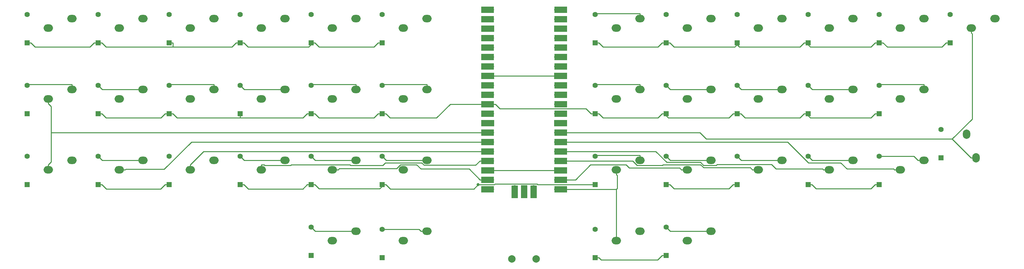
<source format=gbr>
G04 #@! TF.GenerationSoftware,KiCad,Pcbnew,7.0.10*
G04 #@! TF.CreationDate,2024-03-22T12:38:25+09:00*
G04 #@! TF.ProjectId,first_keyboard,66697273-745f-46b6-9579-626f6172642e,rev?*
G04 #@! TF.SameCoordinates,Original*
G04 #@! TF.FileFunction,Copper,L1,Top*
G04 #@! TF.FilePolarity,Positive*
%FSLAX46Y46*%
G04 Gerber Fmt 4.6, Leading zero omitted, Abs format (unit mm)*
G04 Created by KiCad (PCBNEW 7.0.10) date 2024-03-22 12:38:25*
%MOMM*%
%LPD*%
G01*
G04 APERTURE LIST*
G04 #@! TA.AperFunction,ComponentPad*
%ADD10R,1.397000X1.397000*%
G04 #@! TD*
G04 #@! TA.AperFunction,ComponentPad*
%ADD11C,1.397000*%
G04 #@! TD*
G04 #@! TA.AperFunction,ComponentPad*
%ADD12O,2.500000X2.000000*%
G04 #@! TD*
G04 #@! TA.AperFunction,ComponentPad*
%ADD13O,1.700000X1.700000*%
G04 #@! TD*
G04 #@! TA.AperFunction,SMDPad,CuDef*
%ADD14R,3.500000X1.700000*%
G04 #@! TD*
G04 #@! TA.AperFunction,ComponentPad*
%ADD15R,1.700000X1.700000*%
G04 #@! TD*
G04 #@! TA.AperFunction,SMDPad,CuDef*
%ADD16R,1.700000X3.500000*%
G04 #@! TD*
G04 #@! TA.AperFunction,ComponentPad*
%ADD17O,2.000000X2.500000*%
G04 #@! TD*
G04 #@! TA.AperFunction,ComponentPad*
%ADD18C,2.000000*%
G04 #@! TD*
G04 #@! TA.AperFunction,ViaPad*
%ADD19C,0.800000*%
G04 #@! TD*
G04 #@! TA.AperFunction,Conductor*
%ADD20C,0.250000*%
G04 #@! TD*
G04 APERTURE END LIST*
D10*
X204787500Y-46672500D03*
D11*
X204787500Y-39052500D03*
D12*
X210502500Y-80803700D03*
X216852500Y-78263700D03*
D10*
X109537500Y-104428700D03*
D11*
X109537500Y-96808700D03*
D10*
X185737500Y-103822500D03*
D11*
X185737500Y-96202500D03*
D10*
X14287500Y-84772500D03*
D11*
X14287500Y-77152500D03*
D12*
X58102500Y-42703700D03*
X64452500Y-40163700D03*
X39052500Y-61753700D03*
X45402500Y-59213700D03*
D13*
X138791300Y-37782500D03*
D14*
X137891300Y-37782500D03*
D13*
X138791300Y-40322500D03*
D14*
X137891300Y-40322500D03*
D15*
X138791300Y-42862500D03*
D14*
X137891300Y-42862500D03*
D13*
X138791300Y-45402500D03*
D14*
X137891300Y-45402500D03*
D13*
X138791300Y-47942500D03*
D14*
X137891300Y-47942500D03*
D13*
X138791300Y-50482500D03*
D14*
X137891300Y-50482500D03*
D13*
X138791300Y-53022500D03*
D14*
X137891300Y-53022500D03*
D15*
X138791300Y-55562500D03*
D14*
X137891300Y-55562500D03*
D13*
X138791300Y-58102500D03*
D14*
X137891300Y-58102500D03*
D13*
X138791300Y-60642500D03*
D14*
X137891300Y-60642500D03*
D13*
X138791300Y-63182500D03*
D14*
X137891300Y-63182500D03*
D13*
X138791300Y-65722500D03*
D14*
X137891300Y-65722500D03*
D15*
X138791300Y-68262500D03*
D14*
X137891300Y-68262500D03*
D13*
X138791300Y-70802500D03*
D14*
X137891300Y-70802500D03*
D13*
X138791300Y-73342500D03*
D14*
X137891300Y-73342500D03*
D13*
X138791300Y-75882500D03*
D14*
X137891300Y-75882500D03*
D13*
X138791300Y-78422500D03*
D14*
X137891300Y-78422500D03*
D15*
X138791300Y-80962500D03*
D14*
X137891300Y-80962500D03*
D13*
X138791300Y-83502500D03*
D14*
X137891300Y-83502500D03*
D13*
X138791300Y-86042500D03*
D14*
X137891300Y-86042500D03*
D13*
X156571300Y-86042500D03*
D14*
X157471300Y-86042500D03*
D13*
X156571300Y-83502500D03*
D14*
X157471300Y-83502500D03*
D15*
X156571300Y-80962500D03*
D14*
X157471300Y-80962500D03*
D13*
X156571300Y-78422500D03*
D14*
X157471300Y-78422500D03*
D13*
X156571300Y-75882500D03*
D14*
X157471300Y-75882500D03*
D13*
X156571300Y-73342500D03*
D14*
X157471300Y-73342500D03*
D13*
X156571300Y-70802500D03*
D14*
X157471300Y-70802500D03*
D15*
X156571300Y-68262500D03*
D14*
X157471300Y-68262500D03*
D13*
X156571300Y-65722500D03*
D14*
X157471300Y-65722500D03*
D13*
X156571300Y-63182500D03*
D14*
X157471300Y-63182500D03*
D13*
X156571300Y-60642500D03*
D14*
X157471300Y-60642500D03*
D13*
X156571300Y-58102500D03*
D14*
X157471300Y-58102500D03*
D15*
X156571300Y-55562500D03*
D14*
X157471300Y-55562500D03*
D13*
X156571300Y-53022500D03*
D14*
X157471300Y-53022500D03*
D13*
X156571300Y-50482500D03*
D14*
X157471300Y-50482500D03*
D13*
X156571300Y-47942500D03*
D14*
X157471300Y-47942500D03*
D13*
X156571300Y-45402500D03*
D14*
X157471300Y-45402500D03*
D15*
X156571300Y-42862500D03*
D14*
X157471300Y-42862500D03*
D13*
X156571300Y-40322500D03*
D14*
X157471300Y-40322500D03*
D13*
X156571300Y-37782500D03*
D14*
X157471300Y-37782500D03*
D13*
X145141300Y-85812500D03*
D16*
X145141300Y-86712500D03*
D15*
X147681300Y-85812500D03*
D16*
X147681300Y-86712500D03*
D13*
X150221300Y-85812500D03*
D16*
X150221300Y-86712500D03*
D12*
X20002500Y-42703700D03*
X26352500Y-40163700D03*
D10*
X185737500Y-46672500D03*
D11*
X185737500Y-39052500D03*
D12*
X210502500Y-42703700D03*
X216852500Y-40163700D03*
X210502500Y-61753700D03*
X216852500Y-59213700D03*
D10*
X71437500Y-84772500D03*
D11*
X71437500Y-77152500D03*
D12*
X191452500Y-42703700D03*
X197802500Y-40163700D03*
X191452500Y-99853700D03*
X197802500Y-97313700D03*
D10*
X109537500Y-65722500D03*
D11*
X109537500Y-58102500D03*
D10*
X242887500Y-46672500D03*
D11*
X242887500Y-39052500D03*
D10*
X109537500Y-84772500D03*
D11*
X109537500Y-77152500D03*
D10*
X14287500Y-46672500D03*
D11*
X14287500Y-39052500D03*
D12*
X172402500Y-80803700D03*
X178752500Y-78263700D03*
X20002500Y-61753700D03*
X26352500Y-59213700D03*
D10*
X223837500Y-84772500D03*
D11*
X223837500Y-77152500D03*
D12*
X115252500Y-42703700D03*
X121602500Y-40163700D03*
X115252500Y-61753700D03*
X121602500Y-59213700D03*
X267652500Y-42703700D03*
X274002500Y-40163700D03*
X96202500Y-42703700D03*
X102552500Y-40163700D03*
D10*
X71437500Y-65722500D03*
D11*
X71437500Y-58102500D03*
D10*
X242887500Y-84772500D03*
D11*
X242887500Y-77152500D03*
D10*
X109537500Y-46672500D03*
D11*
X109537500Y-39052500D03*
D12*
X39052500Y-80803700D03*
X45402500Y-78263700D03*
D17*
X268922500Y-77628700D03*
X266382500Y-71278700D03*
D10*
X90487500Y-46672500D03*
D11*
X90487500Y-39052500D03*
D10*
X33337500Y-84772500D03*
D11*
X33337500Y-77152500D03*
D10*
X90487500Y-84772500D03*
D11*
X90487500Y-77152500D03*
D12*
X191452500Y-80803700D03*
X197802500Y-78263700D03*
X58102500Y-61753700D03*
X64452500Y-59213700D03*
X77152500Y-80803700D03*
X83502500Y-78263700D03*
X172402500Y-99853700D03*
X178752500Y-97313700D03*
D10*
X223837500Y-46672500D03*
D11*
X223837500Y-39052500D03*
D12*
X248602500Y-80803700D03*
X254952500Y-78263700D03*
X248602500Y-61753700D03*
X254952500Y-59213700D03*
D10*
X166687500Y-104428700D03*
D11*
X166687500Y-96808700D03*
D10*
X242887500Y-65722500D03*
D11*
X242887500Y-58102500D03*
D10*
X33337500Y-65722500D03*
D11*
X33337500Y-58102500D03*
D12*
X96202500Y-80803700D03*
X102552500Y-78263700D03*
D10*
X204787500Y-84772500D03*
D11*
X204787500Y-77152500D03*
D10*
X90487500Y-65722500D03*
D11*
X90487500Y-58102500D03*
D10*
X52387500Y-65722500D03*
D11*
X52387500Y-58102500D03*
D10*
X166687500Y-65722500D03*
D11*
X166687500Y-58102500D03*
D12*
X96202500Y-99853700D03*
X102552500Y-97313700D03*
D10*
X259556300Y-77628700D03*
D11*
X259556300Y-70008700D03*
D10*
X223837500Y-65722500D03*
D11*
X223837500Y-58102500D03*
D10*
X90487500Y-103822500D03*
D11*
X90487500Y-96202500D03*
D12*
X248602500Y-42703700D03*
X254952500Y-40163700D03*
D10*
X185737500Y-84772500D03*
D11*
X185737500Y-77152500D03*
D12*
X115252500Y-80803700D03*
X121602500Y-78263700D03*
X58102500Y-80803700D03*
X64452500Y-78263700D03*
X172402500Y-42703700D03*
X178752500Y-40163700D03*
D10*
X166687500Y-84772500D03*
D11*
X166687500Y-77152500D03*
D12*
X20002500Y-80803700D03*
X26352500Y-78263700D03*
X172402500Y-61753700D03*
X178752500Y-59213700D03*
D10*
X166687500Y-46672500D03*
D11*
X166687500Y-39052500D03*
D18*
X144387500Y-104775000D03*
X150887500Y-104775000D03*
D10*
X261937500Y-46672500D03*
D11*
X261937500Y-39052500D03*
D10*
X204787500Y-65722500D03*
D11*
X204787500Y-58102500D03*
D12*
X96202500Y-61753700D03*
X102552500Y-59213700D03*
X39052500Y-42703700D03*
X45402500Y-40163700D03*
D10*
X185737500Y-65722500D03*
D11*
X185737500Y-58102500D03*
D12*
X77152500Y-61753700D03*
X83502500Y-59213700D03*
X229552500Y-80803700D03*
X235902500Y-78263700D03*
X229552500Y-42703700D03*
X235902500Y-40163700D03*
D10*
X52387500Y-84772500D03*
D11*
X52387500Y-77152500D03*
D10*
X52387500Y-46672500D03*
D11*
X52387500Y-39052500D03*
D12*
X77152500Y-42703700D03*
X83502500Y-40163700D03*
D10*
X14287500Y-65722500D03*
D11*
X14287500Y-58102500D03*
D10*
X71437500Y-46672500D03*
D11*
X71437500Y-39052500D03*
D12*
X229552500Y-61753700D03*
X235902500Y-59213700D03*
X115252500Y-99853700D03*
X121602500Y-97313700D03*
D10*
X33337500Y-46672500D03*
D11*
X33337500Y-39052500D03*
D12*
X191452500Y-61753700D03*
X197802500Y-59213700D03*
D19*
X135353100Y-84812000D03*
D20*
X185737500Y-46672500D02*
X184712100Y-46672500D01*
X168861000Y-47820600D02*
X183564000Y-47820600D01*
X166687500Y-46672500D02*
X167712900Y-46672500D01*
X53412900Y-47827600D02*
X35518000Y-47827600D01*
X31157000Y-47827600D02*
X16468000Y-47827600D01*
X91000200Y-46672500D02*
X91512900Y-46672500D01*
X107364000Y-47820600D02*
X108512100Y-46672500D01*
X245089100Y-47848700D02*
X243912900Y-46672500D01*
X33337500Y-46672500D02*
X34362900Y-46672500D01*
X90487500Y-46672500D02*
X91000200Y-46672500D01*
X167712900Y-46672500D02*
X168861000Y-47820600D01*
X205448900Y-47846600D02*
X221638000Y-47846600D01*
X91512900Y-46672500D02*
X92661000Y-47820600D01*
X32312100Y-46672500D02*
X31157000Y-47827600D01*
X16468000Y-47827600D02*
X15312900Y-46672500D01*
X52387500Y-46672500D02*
X53412900Y-46672500D01*
X92661000Y-47820600D02*
X107364000Y-47820600D01*
X71437500Y-46672500D02*
X70412100Y-46672500D01*
X183564000Y-47820600D02*
X184712100Y-46672500D01*
X259735900Y-47848700D02*
X245089100Y-47848700D01*
X223324800Y-46672500D02*
X224495900Y-47843600D01*
X223324800Y-46672500D02*
X222812100Y-46672500D01*
X261937500Y-46672500D02*
X260912100Y-46672500D01*
X242887500Y-46672500D02*
X241862100Y-46672500D01*
X33337500Y-46672500D02*
X32312100Y-46672500D01*
X242887500Y-46672500D02*
X243912900Y-46672500D01*
X204787500Y-46672500D02*
X204787500Y-47185200D01*
X204787500Y-47185200D02*
X204145100Y-47827600D01*
X89852100Y-47820600D02*
X73611000Y-47820600D01*
X204787500Y-47185200D02*
X205448900Y-47846600D01*
X185737500Y-46672500D02*
X186762900Y-46672500D01*
X240691000Y-47843600D02*
X241862100Y-46672500D01*
X221638000Y-47846600D02*
X222812100Y-46672500D01*
X109537500Y-46672500D02*
X108512100Y-46672500D01*
X223837500Y-46672500D02*
X223324800Y-46672500D01*
X73611000Y-47820600D02*
X72462900Y-46672500D01*
X70412100Y-46672500D02*
X69257000Y-47827600D01*
X69257000Y-47827600D02*
X53412900Y-47827600D01*
X187918000Y-47827600D02*
X186762900Y-46672500D01*
X224495900Y-47843600D02*
X240691000Y-47843600D01*
X91000200Y-46672500D02*
X89852100Y-47820600D01*
X71437500Y-46672500D02*
X72462900Y-46672500D01*
X35518000Y-47827600D02*
X34362900Y-46672500D01*
X260912100Y-46672500D02*
X259735900Y-47848700D01*
X204145100Y-47827600D02*
X187918000Y-47827600D01*
X53412900Y-47827600D02*
X53412900Y-46672500D01*
X14287500Y-46672500D02*
X15312900Y-46672500D01*
X14503200Y-57886800D02*
X14287500Y-58102500D01*
X26352500Y-57886800D02*
X14503200Y-57886800D01*
X26352500Y-59213700D02*
X26352500Y-57886800D01*
X34362900Y-65722500D02*
X35511000Y-66870600D01*
X223324800Y-65722500D02*
X224488800Y-66886500D01*
X92676900Y-66886500D02*
X107348100Y-66886500D01*
X204787500Y-65722500D02*
X203762100Y-65722500D01*
X166687500Y-65722500D02*
X167712900Y-65722500D01*
X242887500Y-65722500D02*
X241862100Y-65722500D01*
X54576900Y-66886500D02*
X53412900Y-65722500D01*
X88298100Y-66886500D02*
X71437500Y-66886500D01*
X71437500Y-66747900D02*
X71437500Y-66886500D01*
X206976900Y-66886500D02*
X221648100Y-66886500D01*
X52387500Y-65722500D02*
X51362100Y-65722500D01*
X186388800Y-66886500D02*
X202598100Y-66886500D01*
X223837500Y-65722500D02*
X223324800Y-65722500D01*
X127836600Y-63182500D02*
X138791300Y-63182500D01*
X90487500Y-65722500D02*
X89462100Y-65722500D01*
X221648100Y-66886500D02*
X222812100Y-65722500D01*
X185224800Y-65722500D02*
X186388800Y-66886500D01*
X164299000Y-64359400D02*
X165662100Y-65722500D01*
X71437500Y-66886500D02*
X54576900Y-66886500D01*
X90487500Y-65722500D02*
X91512900Y-65722500D01*
X185737500Y-65722500D02*
X185224800Y-65722500D01*
X166687500Y-65722500D02*
X165662100Y-65722500D01*
X205812900Y-65722500D02*
X206976900Y-66886500D01*
X111726900Y-66886500D02*
X124132600Y-66886500D01*
X71437500Y-65722500D02*
X71437500Y-66747900D01*
X91512900Y-65722500D02*
X92676900Y-66886500D01*
X224488800Y-66886500D02*
X240698100Y-66886500D01*
X139968200Y-63182500D02*
X141145100Y-64359400D01*
X109537500Y-65722500D02*
X110562900Y-65722500D01*
X183548100Y-66886500D02*
X168876900Y-66886500D01*
X109537500Y-65722500D02*
X108512100Y-65722500D01*
X240698100Y-66886500D02*
X241862100Y-65722500D01*
X124132600Y-66886500D02*
X127836600Y-63182500D01*
X50214000Y-66870600D02*
X51362100Y-65722500D01*
X89462100Y-65722500D02*
X88298100Y-66886500D01*
X110562900Y-65722500D02*
X111726900Y-66886500D01*
X33337500Y-65722500D02*
X34362900Y-65722500D01*
X35511000Y-66870600D02*
X50214000Y-66870600D01*
X141145100Y-64359400D02*
X164299000Y-64359400D01*
X52387500Y-65722500D02*
X53412900Y-65722500D01*
X223324800Y-65722500D02*
X222812100Y-65722500D01*
X184712100Y-65722500D02*
X183548100Y-66886500D01*
X168876900Y-66886500D02*
X167712900Y-65722500D01*
X202598100Y-66886500D02*
X203762100Y-65722500D01*
X185224800Y-65722500D02*
X184712100Y-65722500D01*
X138791300Y-63182500D02*
X139968200Y-63182500D01*
X107348100Y-66886500D02*
X108512100Y-65722500D01*
X204787500Y-65722500D02*
X205812900Y-65722500D01*
X202600200Y-85934400D02*
X203762100Y-84772500D01*
X139644200Y-84811900D02*
X135353100Y-84811900D01*
X109537500Y-84772500D02*
X110050200Y-84772500D01*
X110050200Y-84772500D02*
X110562900Y-84772500D01*
X204787500Y-84772500D02*
X203762100Y-84772500D01*
X134198900Y-85966200D02*
X111756600Y-85966200D01*
X108886200Y-85936500D02*
X92676900Y-85936500D01*
X90487500Y-84772500D02*
X91512900Y-84772500D01*
X242887500Y-84772500D02*
X241862100Y-84772500D01*
X226011000Y-85920600D02*
X224862900Y-84772500D01*
X51362100Y-84772500D02*
X50161100Y-85973500D01*
X71437500Y-84772500D02*
X72462900Y-84772500D01*
X90487500Y-84772500D02*
X89462100Y-84772500D01*
X139849800Y-84606300D02*
X139644200Y-84811900D01*
X110050200Y-84772500D02*
X108886200Y-85936500D01*
X88284500Y-85950100D02*
X89462100Y-84772500D01*
X111756600Y-85966200D02*
X110562900Y-84772500D01*
X35563900Y-85973500D02*
X34362900Y-84772500D01*
X135353100Y-84812000D02*
X134198900Y-85966200D01*
X223837500Y-84772500D02*
X224862900Y-84772500D01*
X135353100Y-84811900D02*
X135353100Y-84812000D01*
X33337500Y-84772500D02*
X34362900Y-84772500D01*
X52387500Y-84772500D02*
X51362100Y-84772500D01*
X50161100Y-85973500D02*
X35563900Y-85973500D01*
X240714000Y-85920600D02*
X226011000Y-85920600D01*
X186762900Y-84772500D02*
X187924800Y-85934400D01*
X241862100Y-84772500D02*
X240714000Y-85920600D01*
X187924800Y-85934400D02*
X202600200Y-85934400D01*
X72462900Y-84772500D02*
X73640500Y-85950100D01*
X73640500Y-85950100D02*
X88284500Y-85950100D01*
X185737500Y-84772500D02*
X186762900Y-84772500D01*
X151177400Y-84606300D02*
X139849800Y-84606300D01*
X92676900Y-85936500D02*
X91512900Y-84772500D01*
X151343600Y-84772500D02*
X151177400Y-84606300D01*
X166687500Y-84772500D02*
X151343600Y-84772500D01*
X102552500Y-97313700D02*
X91598700Y-97313700D01*
X91598700Y-97313700D02*
X90487500Y-96202500D01*
X167712900Y-104428700D02*
X168325800Y-105041600D01*
X185737500Y-103822500D02*
X184712100Y-103822500D01*
X183493000Y-105041600D02*
X184712100Y-103822500D01*
X166687500Y-104428700D02*
X167712900Y-104428700D01*
X168325800Y-105041600D02*
X183493000Y-105041600D01*
X34448700Y-59213700D02*
X33337500Y-58102500D01*
X45402500Y-59213700D02*
X34448700Y-59213700D01*
X34448700Y-78263700D02*
X33337500Y-77152500D01*
X45402500Y-78263700D02*
X34448700Y-78263700D01*
X121602500Y-97313700D02*
X120025600Y-97313700D01*
X120025600Y-97313700D02*
X119520600Y-96808700D01*
X119520600Y-96808700D02*
X109537500Y-96808700D01*
X64452500Y-59213700D02*
X64452500Y-57886800D01*
X64452500Y-57886800D02*
X52603200Y-57886800D01*
X52603200Y-57886800D02*
X52387500Y-58102500D01*
X83502500Y-59213700D02*
X72548700Y-59213700D01*
X72548700Y-59213700D02*
X71437500Y-58102500D01*
X72548700Y-78263700D02*
X71437500Y-77152500D01*
X83502500Y-78263700D02*
X72548700Y-78263700D01*
X197802500Y-97313700D02*
X186848700Y-97313700D01*
X186848700Y-97313700D02*
X185737500Y-96202500D01*
X102552500Y-59213700D02*
X102552500Y-57886800D01*
X90703200Y-57886800D02*
X90487500Y-58102500D01*
X102552500Y-57886800D02*
X90703200Y-57886800D01*
X91598700Y-78263700D02*
X90487500Y-77152500D01*
X102552500Y-78263700D02*
X91598700Y-78263700D01*
X109753200Y-57886800D02*
X109537500Y-58102500D01*
X121602500Y-57886800D02*
X109753200Y-57886800D01*
X121602500Y-59213700D02*
X121602500Y-57886800D01*
X110648700Y-78263700D02*
X109537500Y-77152500D01*
X121602500Y-78263700D02*
X110648700Y-78263700D01*
X178752500Y-38836800D02*
X166903200Y-38836800D01*
X178752500Y-40163700D02*
X178752500Y-38836800D01*
X166903200Y-38836800D02*
X166687500Y-39052500D01*
X178752500Y-59213700D02*
X178752500Y-57886800D01*
X178752500Y-57886800D02*
X166903200Y-57886800D01*
X166903200Y-57886800D02*
X166687500Y-58102500D01*
X178752500Y-76936800D02*
X166903200Y-76936800D01*
X166903200Y-76936800D02*
X166687500Y-77152500D01*
X178752500Y-78263700D02*
X178752500Y-76936800D01*
X186848700Y-59213700D02*
X185737500Y-58102500D01*
X197802500Y-59213700D02*
X186848700Y-59213700D01*
X197802500Y-78263700D02*
X186848700Y-78263700D01*
X186848700Y-78263700D02*
X185737500Y-77152500D01*
X205898700Y-59213700D02*
X204787500Y-58102500D01*
X216852500Y-59213700D02*
X205898700Y-59213700D01*
X205898700Y-78263700D02*
X204787500Y-77152500D01*
X216852500Y-78263700D02*
X205898700Y-78263700D01*
X224948700Y-59213700D02*
X223837500Y-58102500D01*
X235902500Y-59213700D02*
X224948700Y-59213700D01*
X224948700Y-78263700D02*
X223837500Y-77152500D01*
X235902500Y-78263700D02*
X224948700Y-78263700D01*
X254952500Y-57886800D02*
X243103200Y-57886800D01*
X243103200Y-57886800D02*
X242887500Y-58102500D01*
X254952500Y-59213700D02*
X254952500Y-57886800D01*
X254952500Y-78263700D02*
X253375600Y-78263700D01*
X253375600Y-78263700D02*
X252264400Y-77152500D01*
X252264400Y-77152500D02*
X242887500Y-77152500D01*
X156571300Y-55562500D02*
X138791300Y-55562500D01*
X156571300Y-80962500D02*
X138791300Y-80962500D01*
X20747500Y-70802500D02*
X20747500Y-63825600D01*
X20002500Y-61753700D02*
X20002500Y-63080600D01*
X20747500Y-63825600D02*
X20002500Y-63080600D01*
X138791300Y-70802500D02*
X20747500Y-70802500D01*
X20747500Y-78731800D02*
X20747500Y-70802500D01*
X20002500Y-79476800D02*
X20747500Y-78731800D01*
X20002500Y-80803700D02*
X20002500Y-79476800D01*
X58419500Y-73342500D02*
X138791300Y-73342500D01*
X40737900Y-80695200D02*
X51066800Y-80695200D01*
X51066800Y-80695200D02*
X58419500Y-73342500D01*
X39052500Y-80803700D02*
X40629400Y-80803700D01*
X40629400Y-80803700D02*
X40737900Y-80695200D01*
X58102500Y-80803700D02*
X58102500Y-79476800D01*
X61696800Y-75882500D02*
X58102500Y-79476800D01*
X138791300Y-75882500D02*
X61696800Y-75882500D01*
X109762300Y-79633600D02*
X101132400Y-79633600D01*
X85050200Y-79600800D02*
X78076100Y-79600800D01*
X120802900Y-79590600D02*
X120188600Y-78976300D01*
X77952100Y-79476800D02*
X77152500Y-79476800D01*
X77152500Y-80803700D02*
X77152500Y-79476800D01*
X85175500Y-79475500D02*
X85050200Y-79600800D01*
X135814400Y-78422500D02*
X134646300Y-79590600D01*
X134646300Y-79590600D02*
X120802900Y-79590600D01*
X100974300Y-79475500D02*
X85175500Y-79475500D01*
X120188600Y-78976300D02*
X110419600Y-78976300D01*
X78076100Y-79600800D02*
X77952100Y-79476800D01*
X138791300Y-78422500D02*
X135814400Y-78422500D01*
X110419600Y-78976300D02*
X109762300Y-79633600D01*
X101132400Y-79633600D02*
X100974300Y-79475500D01*
X138791300Y-83502500D02*
X135814400Y-83502500D01*
X118793000Y-79432000D02*
X119962900Y-80601900D01*
X96202500Y-80803700D02*
X97779400Y-80803700D01*
X113431100Y-80498600D02*
X114497700Y-79432000D01*
X114497700Y-79432000D02*
X118793000Y-79432000D01*
X132913800Y-80601900D02*
X135814400Y-83502500D01*
X97779400Y-80803700D02*
X98084500Y-80498600D01*
X119962900Y-80601900D02*
X132913800Y-80601900D01*
X98084500Y-80498600D02*
X113431100Y-80498600D01*
X172402500Y-99853700D02*
X172402500Y-98526800D01*
X172402500Y-86042500D02*
X172662600Y-85782400D01*
X156571300Y-86042500D02*
X172402500Y-86042500D01*
X172662600Y-82390700D02*
X172402500Y-82130600D01*
X172402500Y-80803700D02*
X172402500Y-82130600D01*
X172662600Y-85782400D02*
X172662600Y-82390700D01*
X172402500Y-86042500D02*
X172402500Y-98526800D01*
X165469800Y-79476300D02*
X175029700Y-79476300D01*
X161443600Y-83502500D02*
X165469800Y-79476300D01*
X175029700Y-79476300D02*
X175869000Y-80315600D01*
X189387500Y-80315600D02*
X189875600Y-80803700D01*
X156571300Y-83502500D02*
X161443600Y-83502500D01*
X175869000Y-80315600D02*
X189387500Y-80315600D01*
X191452500Y-80803700D02*
X189875600Y-80803700D01*
X184792300Y-79618600D02*
X184944700Y-79466200D01*
X156571300Y-78422500D02*
X176784800Y-78422500D01*
X208375900Y-80254000D02*
X208925600Y-80803700D01*
X210502500Y-80803700D02*
X208925600Y-80803700D01*
X177980900Y-79618600D02*
X184792300Y-79618600D01*
X176784800Y-78422500D02*
X177980900Y-79618600D01*
X195815000Y-80254000D02*
X208375900Y-80254000D01*
X195027200Y-79466200D02*
X195815000Y-80254000D01*
X184944700Y-79466200D02*
X195027200Y-79466200D01*
X227773800Y-80601900D02*
X215212900Y-80601900D01*
X227975600Y-80803700D02*
X227773800Y-80601900D01*
X199430200Y-79426000D02*
X199253700Y-79602500D01*
X185909700Y-78774800D02*
X183017400Y-75882500D01*
X194974900Y-78774800D02*
X185909700Y-78774800D01*
X195802600Y-79602500D02*
X194974900Y-78774800D01*
X214037000Y-79426000D02*
X199430200Y-79426000D01*
X183017400Y-75882500D02*
X156571300Y-75882500D01*
X229552500Y-80803700D02*
X227975600Y-80803700D01*
X215212900Y-80601900D02*
X214037000Y-79426000D01*
X199253700Y-79602500D02*
X195802600Y-79602500D01*
X232597900Y-78936900D02*
X234262900Y-80601900D01*
X248602500Y-80803700D02*
X247025600Y-80803700D01*
X246823800Y-80601900D02*
X247025600Y-80803700D01*
X156571300Y-73342500D02*
X218359600Y-73342500D01*
X218359600Y-73342500D02*
X223954000Y-78936900D01*
X223954000Y-78936900D02*
X232597900Y-78936900D01*
X234262900Y-80601900D02*
X246823800Y-80601900D01*
X262522600Y-72555700D02*
X196563100Y-72555700D01*
X268922500Y-77628700D02*
X267595600Y-77628700D01*
X267916300Y-67162000D02*
X267916300Y-44294400D01*
X194809900Y-70802500D02*
X156571300Y-70802500D01*
X267652500Y-42703700D02*
X267652500Y-44030600D01*
X196563100Y-72555700D02*
X194809900Y-70802500D01*
X267595600Y-77628700D02*
X262522600Y-72555700D01*
X267916300Y-44294400D02*
X267652500Y-44030600D01*
X262522600Y-72555700D02*
X267916300Y-67162000D01*
M02*

</source>
